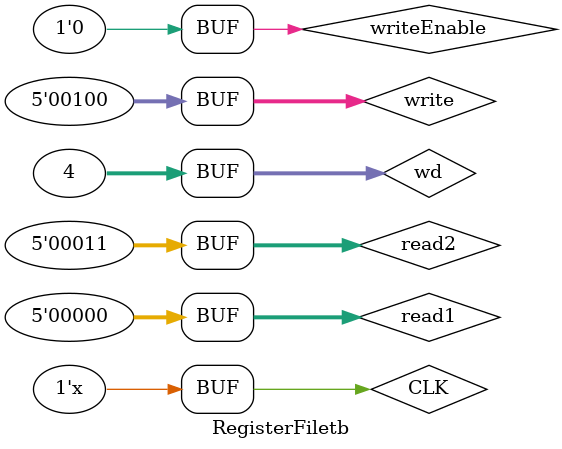
<source format=v>
`timescale 1ns / 1ps


module RegisterFiletb;

	// Inputs
	reg CLK;
	reg [4:0] read1;
	reg [4:0] read2;
	reg [31:0] wd;
	reg writeEnable;
	reg [4:0] write;

	// Outputs
	wire [31:0] register1;
	wire [31:0] register2;

	// Instantiate the Unit Under Test (UUT)
	RegisterFile uut (
		.CLK(CLK), 
		.read1(read1), 
		.read2(read2), 
		.writeData(wd), 
		.RegWrite(writeEnable), 
		.write(write), 
		.register1(register1), 
		.register2(register2)
	);
	always
	begin
	#5 CLK=~CLK;
	end
	initial
	begin
	$monitor("%b>>%b,%b>>%b",register1,read1,register2,read2);
		// Initialize Inputs
		CLK = 1;
		wd <=0;
		write<=0;
		writeEnable<=1;
		#10
      wd<=1;
		writeEnable<=1;
		write<=1;
		#10
		wd<=2;
		writeEnable<=1;
		write<=2; //Write input data at reg 2
		#10
		wd<=3;
		writeEnable<=1;
		write<=3; //Write input data at reg 3
		#10
		wd<=4;
		writeEnable<=0;
		write<=4; //Write input data at reg 4
		#10
		read1<=1;
		read2<=2;
		#10
		read1<=0;
		read2<=3;
	end
endmodule

</source>
